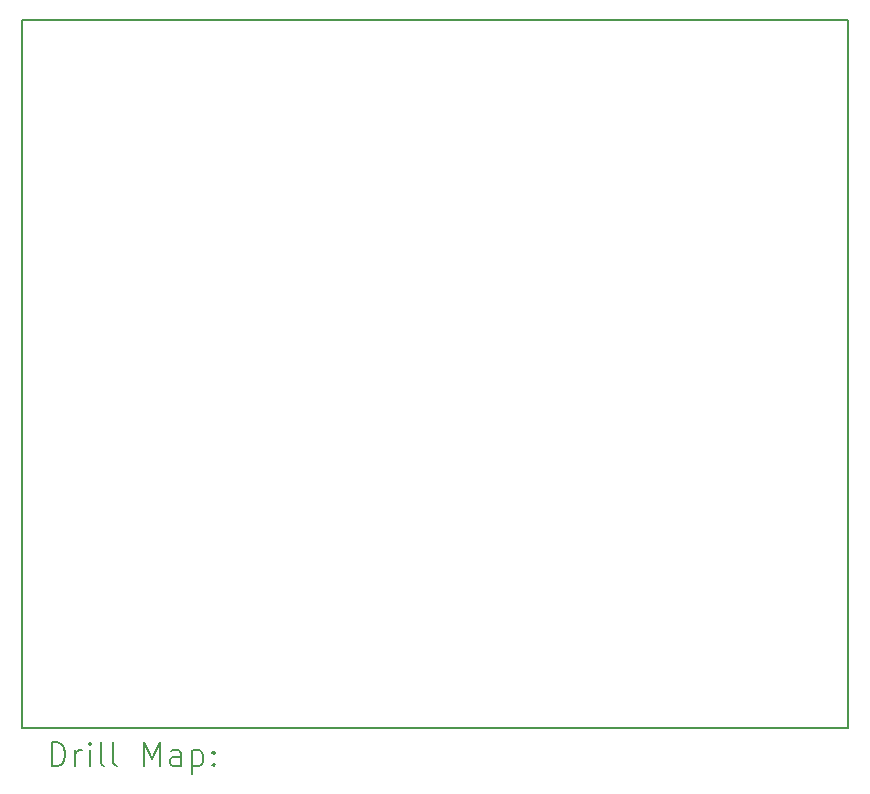
<source format=gbr>
%TF.GenerationSoftware,KiCad,Pcbnew,8.0.6*%
%TF.CreationDate,2025-01-14T22:15:54-05:00*%
%TF.ProjectId,rl78_debug_adapter_rev5,726c3738-5f64-4656-9275-675f61646170,rev?*%
%TF.SameCoordinates,Original*%
%TF.FileFunction,Drillmap*%
%TF.FilePolarity,Positive*%
%FSLAX45Y45*%
G04 Gerber Fmt 4.5, Leading zero omitted, Abs format (unit mm)*
G04 Created by KiCad (PCBNEW 8.0.6) date 2025-01-14 22:15:54*
%MOMM*%
%LPD*%
G01*
G04 APERTURE LIST*
%ADD10C,0.150000*%
%ADD11C,0.200000*%
G04 APERTURE END LIST*
D10*
X6000000Y-9000000D02*
X6000000Y-3000000D01*
X13000000Y-9000000D02*
X6000000Y-9000000D01*
X13000000Y-3000000D02*
X6000000Y-3000000D01*
X13000000Y-3000000D02*
X13000000Y-9000000D01*
D11*
X6253277Y-9318984D02*
X6253277Y-9118984D01*
X6253277Y-9118984D02*
X6300896Y-9118984D01*
X6300896Y-9118984D02*
X6329467Y-9128508D01*
X6329467Y-9128508D02*
X6348515Y-9147555D01*
X6348515Y-9147555D02*
X6358039Y-9166603D01*
X6358039Y-9166603D02*
X6367562Y-9204698D01*
X6367562Y-9204698D02*
X6367562Y-9233270D01*
X6367562Y-9233270D02*
X6358039Y-9271365D01*
X6358039Y-9271365D02*
X6348515Y-9290412D01*
X6348515Y-9290412D02*
X6329467Y-9309460D01*
X6329467Y-9309460D02*
X6300896Y-9318984D01*
X6300896Y-9318984D02*
X6253277Y-9318984D01*
X6453277Y-9318984D02*
X6453277Y-9185650D01*
X6453277Y-9223746D02*
X6462801Y-9204698D01*
X6462801Y-9204698D02*
X6472324Y-9195174D01*
X6472324Y-9195174D02*
X6491372Y-9185650D01*
X6491372Y-9185650D02*
X6510420Y-9185650D01*
X6577086Y-9318984D02*
X6577086Y-9185650D01*
X6577086Y-9118984D02*
X6567562Y-9128508D01*
X6567562Y-9128508D02*
X6577086Y-9138031D01*
X6577086Y-9138031D02*
X6586610Y-9128508D01*
X6586610Y-9128508D02*
X6577086Y-9118984D01*
X6577086Y-9118984D02*
X6577086Y-9138031D01*
X6700896Y-9318984D02*
X6681848Y-9309460D01*
X6681848Y-9309460D02*
X6672324Y-9290412D01*
X6672324Y-9290412D02*
X6672324Y-9118984D01*
X6805658Y-9318984D02*
X6786610Y-9309460D01*
X6786610Y-9309460D02*
X6777086Y-9290412D01*
X6777086Y-9290412D02*
X6777086Y-9118984D01*
X7034229Y-9318984D02*
X7034229Y-9118984D01*
X7034229Y-9118984D02*
X7100896Y-9261841D01*
X7100896Y-9261841D02*
X7167562Y-9118984D01*
X7167562Y-9118984D02*
X7167562Y-9318984D01*
X7348515Y-9318984D02*
X7348515Y-9214222D01*
X7348515Y-9214222D02*
X7338991Y-9195174D01*
X7338991Y-9195174D02*
X7319943Y-9185650D01*
X7319943Y-9185650D02*
X7281848Y-9185650D01*
X7281848Y-9185650D02*
X7262801Y-9195174D01*
X7348515Y-9309460D02*
X7329467Y-9318984D01*
X7329467Y-9318984D02*
X7281848Y-9318984D01*
X7281848Y-9318984D02*
X7262801Y-9309460D01*
X7262801Y-9309460D02*
X7253277Y-9290412D01*
X7253277Y-9290412D02*
X7253277Y-9271365D01*
X7253277Y-9271365D02*
X7262801Y-9252317D01*
X7262801Y-9252317D02*
X7281848Y-9242793D01*
X7281848Y-9242793D02*
X7329467Y-9242793D01*
X7329467Y-9242793D02*
X7348515Y-9233270D01*
X7443753Y-9185650D02*
X7443753Y-9385650D01*
X7443753Y-9195174D02*
X7462801Y-9185650D01*
X7462801Y-9185650D02*
X7500896Y-9185650D01*
X7500896Y-9185650D02*
X7519943Y-9195174D01*
X7519943Y-9195174D02*
X7529467Y-9204698D01*
X7529467Y-9204698D02*
X7538991Y-9223746D01*
X7538991Y-9223746D02*
X7538991Y-9280889D01*
X7538991Y-9280889D02*
X7529467Y-9299936D01*
X7529467Y-9299936D02*
X7519943Y-9309460D01*
X7519943Y-9309460D02*
X7500896Y-9318984D01*
X7500896Y-9318984D02*
X7462801Y-9318984D01*
X7462801Y-9318984D02*
X7443753Y-9309460D01*
X7624705Y-9299936D02*
X7634229Y-9309460D01*
X7634229Y-9309460D02*
X7624705Y-9318984D01*
X7624705Y-9318984D02*
X7615182Y-9309460D01*
X7615182Y-9309460D02*
X7624705Y-9299936D01*
X7624705Y-9299936D02*
X7624705Y-9318984D01*
X7624705Y-9195174D02*
X7634229Y-9204698D01*
X7634229Y-9204698D02*
X7624705Y-9214222D01*
X7624705Y-9214222D02*
X7615182Y-9204698D01*
X7615182Y-9204698D02*
X7624705Y-9195174D01*
X7624705Y-9195174D02*
X7624705Y-9214222D01*
M02*

</source>
